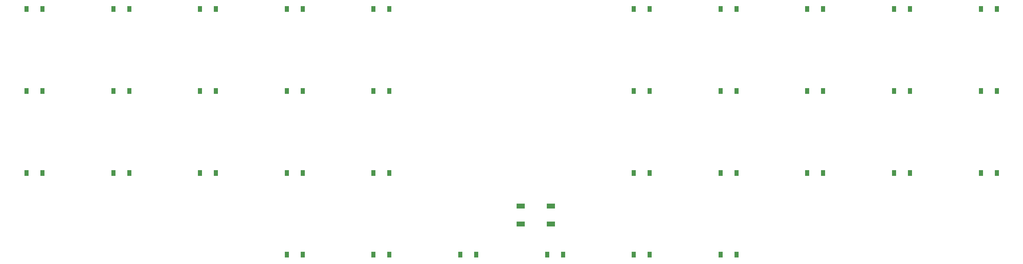
<source format=gbr>
%TF.GenerationSoftware,KiCad,Pcbnew,7.0.1*%
%TF.CreationDate,2023-03-24T13:46:13-04:00*%
%TF.ProjectId,kurp,6b757270-2e6b-4696-9361-645f70636258,v1.0.0*%
%TF.SameCoordinates,Original*%
%TF.FileFunction,Paste,Top*%
%TF.FilePolarity,Positive*%
%FSLAX46Y46*%
G04 Gerber Fmt 4.6, Leading zero omitted, Abs format (unit mm)*
G04 Created by KiCad (PCBNEW 7.0.1) date 2023-03-24 13:46:13*
%MOMM*%
%LPD*%
G01*
G04 APERTURE LIST*
%ADD10R,0.900000X1.200000*%
%ADD11R,1.700000X1.000000*%
G04 APERTURE END LIST*
D10*
%TO.C,D17*%
X173798733Y-142194608D03*
X177098733Y-142194608D03*
%TD*%
%TO.C,D35*%
X227798733Y-142194608D03*
X231098733Y-142194608D03*
%TD*%
%TO.C,D32*%
X227798733Y-108194608D03*
X231098733Y-108194608D03*
%TD*%
%TO.C,D27*%
X263798733Y-91194608D03*
X267098733Y-91194608D03*
%TD*%
%TO.C,D15*%
X173798733Y-91194608D03*
X177098733Y-91194608D03*
%TD*%
%TO.C,D31*%
X227798733Y-125194608D03*
X231098733Y-125194608D03*
%TD*%
%TO.C,D10*%
X155798733Y-125194608D03*
X159098733Y-125194608D03*
%TD*%
%TO.C,D21*%
X299798733Y-91194608D03*
X303098733Y-91194608D03*
%TD*%
%TO.C,D20*%
X299798733Y-108194608D03*
X303098733Y-108194608D03*
%TD*%
%TO.C,D11*%
X155798733Y-108194608D03*
X159098733Y-108194608D03*
%TD*%
%TO.C,D33*%
X227798733Y-91194608D03*
X231098733Y-91194608D03*
%TD*%
%TO.C,D14*%
X173798733Y-108194608D03*
X177098733Y-108194608D03*
%TD*%
%TO.C,D28*%
X245798733Y-125194608D03*
X249098733Y-125194608D03*
%TD*%
%TO.C,D12*%
X155798733Y-91194608D03*
X159098733Y-91194608D03*
%TD*%
%TO.C,D29*%
X245798733Y-108194608D03*
X249098733Y-108194608D03*
%TD*%
%TO.C,D18*%
X191798733Y-142194608D03*
X195098733Y-142194608D03*
%TD*%
%TO.C,D16*%
X155798733Y-142194608D03*
X159098733Y-142194608D03*
%TD*%
%TO.C,D13*%
X173798733Y-125194608D03*
X177098733Y-125194608D03*
%TD*%
%TO.C,D1*%
X101798733Y-125194608D03*
X105098733Y-125194608D03*
%TD*%
%TO.C,D3*%
X101798733Y-91194608D03*
X105098733Y-91194608D03*
%TD*%
%TO.C,D9*%
X137798733Y-91194608D03*
X141098733Y-91194608D03*
%TD*%
%TO.C,D34*%
X245798733Y-142194608D03*
X249098733Y-142194608D03*
%TD*%
%TO.C,D36*%
X209798733Y-142194608D03*
X213098733Y-142194608D03*
%TD*%
%TO.C,D6*%
X119798733Y-91194608D03*
X123098733Y-91194608D03*
%TD*%
%TO.C,D24*%
X281798733Y-91194608D03*
X285098733Y-91194608D03*
%TD*%
%TO.C,D2*%
X101798733Y-108194608D03*
X105098733Y-108194608D03*
%TD*%
%TO.C,D26*%
X263798733Y-108194608D03*
X267098733Y-108194608D03*
%TD*%
%TO.C,D23*%
X281798733Y-108194608D03*
X285098733Y-108194608D03*
%TD*%
%TO.C,D7*%
X137798733Y-125194608D03*
X141098733Y-125194608D03*
%TD*%
%TO.C,D5*%
X119798733Y-108194608D03*
X123098733Y-108194608D03*
%TD*%
%TO.C,D25*%
X263798733Y-125194608D03*
X267098733Y-125194608D03*
%TD*%
%TO.C,D8*%
X137798733Y-108194608D03*
X141098733Y-108194608D03*
%TD*%
%TO.C,D22*%
X281798733Y-125194608D03*
X285098733Y-125194608D03*
%TD*%
%TO.C,D30*%
X245798733Y-91194608D03*
X249098733Y-91194608D03*
%TD*%
%TO.C,D19*%
X299798733Y-125194608D03*
X303098733Y-125194608D03*
%TD*%
D11*
%TO.C,RESET1*%
X204298733Y-132044608D03*
X210598733Y-132044608D03*
X204298733Y-135844608D03*
X210598733Y-135844608D03*
%TD*%
D10*
%TO.C,D4*%
X119798733Y-125194608D03*
X123098733Y-125194608D03*
%TD*%
M02*

</source>
